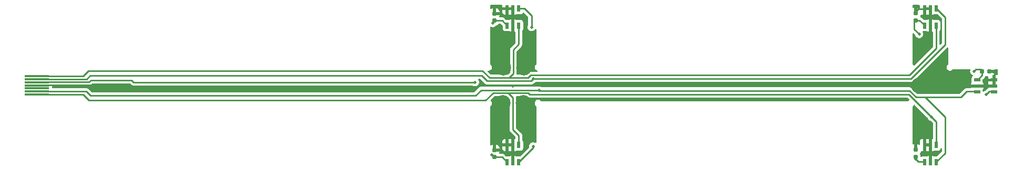
<source format=gtl>
G04 #@! TF.GenerationSoftware,KiCad,Pcbnew,7.0.7*
G04 #@! TF.CreationDate,2024-05-14T22:47:58+02:00*
G04 #@! TF.ProjectId,Pinky_V1,50696e6b-795f-4563-912e-6b696361645f,rev?*
G04 #@! TF.SameCoordinates,Original*
G04 #@! TF.FileFunction,Copper,L1,Top*
G04 #@! TF.FilePolarity,Positive*
%FSLAX46Y46*%
G04 Gerber Fmt 4.6, Leading zero omitted, Abs format (unit mm)*
G04 Created by KiCad (PCBNEW 7.0.7) date 2024-05-14 22:47:58*
%MOMM*%
%LPD*%
G01*
G04 APERTURE LIST*
G04 Aperture macros list*
%AMRoundRect*
0 Rectangle with rounded corners*
0 $1 Rounding radius*
0 $2 $3 $4 $5 $6 $7 $8 $9 X,Y pos of 4 corners*
0 Add a 4 corners polygon primitive as box body*
4,1,4,$2,$3,$4,$5,$6,$7,$8,$9,$2,$3,0*
0 Add four circle primitives for the rounded corners*
1,1,$1+$1,$2,$3*
1,1,$1+$1,$4,$5*
1,1,$1+$1,$6,$7*
1,1,$1+$1,$8,$9*
0 Add four rect primitives between the rounded corners*
20,1,$1+$1,$2,$3,$4,$5,0*
20,1,$1+$1,$4,$5,$6,$7,0*
20,1,$1+$1,$6,$7,$8,$9,0*
20,1,$1+$1,$8,$9,$2,$3,0*%
G04 Aperture macros list end*
G04 #@! TA.AperFunction,SMDPad,CuDef*
%ADD10R,0.558800X0.977900*%
G04 #@! TD*
G04 #@! TA.AperFunction,SMDPad,CuDef*
%ADD11RoundRect,0.155000X0.155000X-0.212500X0.155000X0.212500X-0.155000X0.212500X-0.155000X-0.212500X0*%
G04 #@! TD*
G04 #@! TA.AperFunction,SMDPad,CuDef*
%ADD12RoundRect,0.155000X-0.212500X-0.155000X0.212500X-0.155000X0.212500X0.155000X-0.212500X0.155000X0*%
G04 #@! TD*
G04 #@! TA.AperFunction,SMDPad,CuDef*
%ADD13R,0.977900X0.558800*%
G04 #@! TD*
G04 #@! TA.AperFunction,SMDPad,CuDef*
%ADD14R,4.000000X0.300000*%
G04 #@! TD*
G04 #@! TA.AperFunction,ViaPad*
%ADD15C,0.500000*%
G04 #@! TD*
G04 #@! TA.AperFunction,ViaPad*
%ADD16C,2.500000*%
G04 #@! TD*
G04 #@! TA.AperFunction,ViaPad*
%ADD17C,0.800000*%
G04 #@! TD*
G04 #@! TA.AperFunction,Conductor*
%ADD18C,0.250000*%
G04 #@! TD*
G04 APERTURE END LIST*
D10*
X142030000Y-127898750D03*
X141079999Y-127898750D03*
X140129998Y-127898750D03*
X140129998Y-130629250D03*
X141079999Y-130629250D03*
X142030000Y-130629250D03*
D11*
X138129999Y-107831500D03*
X138129999Y-106696500D03*
D12*
X216612500Y-116004000D03*
X217747500Y-116004000D03*
D13*
X218545250Y-119314001D03*
X218545250Y-118364000D03*
X218545250Y-117413999D03*
X215814750Y-117413999D03*
X215814750Y-118364000D03*
X215814750Y-119314001D03*
D11*
X138129999Y-129831500D03*
X138129999Y-128696500D03*
D10*
X209230001Y-127898750D03*
X208280000Y-127898750D03*
X207329999Y-127898750D03*
X207329999Y-130629250D03*
X208280000Y-130629250D03*
X209230001Y-130629250D03*
D14*
X64430000Y-116764000D03*
X64430000Y-117264000D03*
X64430000Y-117764000D03*
X64430000Y-118264000D03*
X64430000Y-118764000D03*
X64430000Y-119264000D03*
X64430000Y-119764000D03*
D11*
X205884999Y-107781500D03*
X205884999Y-106646500D03*
D10*
X142030000Y-105898750D03*
X141079999Y-105898750D03*
X140129998Y-105898750D03*
X140129998Y-108629250D03*
X141079999Y-108629250D03*
X142030000Y-108629250D03*
X209230001Y-105898750D03*
X208280000Y-105898750D03*
X207329999Y-105898750D03*
X207329999Y-108629250D03*
X208280000Y-108629250D03*
X209230001Y-108629250D03*
D11*
X205930001Y-129781500D03*
X205930001Y-128646500D03*
D15*
X137709999Y-129484000D03*
X205930001Y-130183980D03*
X215320001Y-115993500D03*
X137850000Y-108233994D03*
X206470001Y-110004000D03*
X134969999Y-117764000D03*
X144330000Y-128114000D03*
X145250000Y-119104000D03*
X217280000Y-119764000D03*
X208460001Y-123344000D03*
X144079999Y-108884000D03*
X144400000Y-117204000D03*
X77973722Y-118254000D03*
X78673725Y-118254000D03*
D16*
X142729999Y-121064000D03*
X142809999Y-115464000D03*
D17*
X207530001Y-125114000D03*
D15*
X141080000Y-118414000D03*
D17*
X206090001Y-111944000D03*
D16*
X210280000Y-118264000D03*
X139529999Y-115464000D03*
X206430000Y-118264000D03*
D15*
X79373724Y-118254000D03*
D17*
X206230001Y-122714000D03*
D15*
X76573724Y-118254000D03*
X218410001Y-116074000D03*
D16*
X139429999Y-121064000D03*
D15*
X77273723Y-118254000D03*
D18*
X135945000Y-119029000D02*
X145175000Y-119029000D01*
X73050000Y-119914000D02*
X135060000Y-119914000D01*
X135060000Y-119914000D02*
X135945000Y-119029000D01*
X145175000Y-119029000D02*
X145250000Y-119104000D01*
X64449999Y-119254000D02*
X72390000Y-119254000D01*
X72390000Y-119254000D02*
X73050000Y-119914000D01*
X72849999Y-117754000D02*
X64449999Y-117754000D01*
X216442500Y-115714000D02*
X215599501Y-115714000D01*
X73149999Y-117454000D02*
X72849999Y-117754000D01*
X216622500Y-116616250D02*
X216622500Y-115894000D01*
X138129999Y-107831500D02*
X137850000Y-108111499D01*
X138129999Y-129831500D02*
X139332248Y-129831500D01*
X137709999Y-129484000D02*
X137782499Y-129484000D01*
X137782499Y-129484000D02*
X138129999Y-129831500D01*
X79669999Y-117454000D02*
X73149999Y-117454000D01*
X216622500Y-115894000D02*
X216442500Y-115714000D01*
X207339999Y-108579250D02*
X206542249Y-107781500D01*
X207339999Y-130579250D02*
X206325251Y-130579250D01*
X206542249Y-107781500D02*
X205884999Y-107781500D01*
X139332248Y-107831500D02*
X140129998Y-108629250D01*
X215874751Y-117363999D02*
X216622500Y-116616250D01*
X134969999Y-117764000D02*
X79979999Y-117764000D01*
X139332248Y-129831500D02*
X140129998Y-130629250D01*
X138129999Y-107831500D02*
X139332248Y-107831500D01*
X206325251Y-130579250D02*
X205930001Y-130184000D01*
X79979999Y-117764000D02*
X79669999Y-117454000D01*
X205680001Y-109214000D02*
X206470001Y-110004000D01*
X205884999Y-107781500D02*
X205680001Y-107986498D01*
X205680001Y-107986498D02*
X205680001Y-109214000D01*
X205930001Y-130184000D02*
X205930001Y-129781500D01*
X215599501Y-115714000D02*
X215320001Y-115993500D01*
X137850000Y-108111499D02*
X137850000Y-108233994D01*
X205970000Y-120194000D02*
X204890000Y-119114000D01*
X145260000Y-119114000D02*
X145250000Y-119104000D01*
X214120000Y-119264001D02*
X215874751Y-119264001D01*
X213190001Y-120194000D02*
X214120000Y-119264001D01*
X207370000Y-120194000D02*
X207470000Y-120194000D01*
X142030000Y-130629250D02*
X144330000Y-128329250D01*
X144330000Y-128329250D02*
X144330000Y-128114000D01*
X207470000Y-120194000D02*
X210630000Y-123354000D01*
X204890000Y-119114000D02*
X145260000Y-119114000D01*
X210630000Y-123354000D02*
X210630000Y-129189251D01*
X207370000Y-120194000D02*
X205970000Y-120194000D01*
X207370000Y-120194000D02*
X213190001Y-120194000D01*
X210630000Y-129189251D02*
X209240001Y-130579250D01*
X141079999Y-125414000D02*
X142030000Y-126364001D01*
X136650000Y-120704000D02*
X137895000Y-119459000D01*
X140254999Y-119459000D02*
X143509400Y-119459000D01*
X137895000Y-119459000D02*
X140254999Y-119459000D01*
X217280000Y-119764000D02*
X217779999Y-119264001D01*
X217779999Y-119264001D02*
X218455250Y-119264001D01*
X209240001Y-124134000D02*
X209240001Y-127848750D01*
X64449999Y-119754000D02*
X71899999Y-119754000D01*
X143509400Y-119459000D02*
X143774400Y-119724000D01*
X204830002Y-119724000D02*
X209240001Y-124134000D01*
X141079999Y-120284000D02*
X141079999Y-125414000D01*
X72849999Y-120704000D02*
X136650000Y-120704000D01*
X140254999Y-119459000D02*
X141079999Y-120284000D01*
X71899999Y-119754000D02*
X72849999Y-120704000D01*
X142030000Y-126364001D02*
X142030000Y-127898750D01*
X143774400Y-119724000D02*
X204830002Y-119724000D01*
X64449999Y-117254000D02*
X72449999Y-117254000D01*
X72999999Y-116704000D02*
X136060000Y-116704000D01*
X136060000Y-116704000D02*
X136940000Y-117584000D01*
X210680000Y-107288749D02*
X209240001Y-105848750D01*
X136940000Y-117584000D02*
X144020000Y-117584000D01*
X72449999Y-117254000D02*
X72999999Y-116704000D01*
X144400000Y-117204000D02*
X205180188Y-117204000D01*
X144079999Y-107034000D02*
X142944749Y-105898750D01*
X142944749Y-105898750D02*
X142030000Y-105898750D01*
X205180188Y-117204000D02*
X210680000Y-111704188D01*
X144079999Y-108884000D02*
X144079999Y-107034000D01*
X210680000Y-111704188D02*
X210680000Y-107288749D01*
X144020000Y-117584000D02*
X144400000Y-117204000D01*
X204880000Y-116594000D02*
X143949812Y-116594000D01*
X143474812Y-117069000D02*
X143949812Y-116594000D01*
X72749999Y-115904000D02*
X136130000Y-115904000D01*
X71899999Y-116754000D02*
X72749999Y-115904000D01*
X140465000Y-117069000D02*
X143474812Y-117069000D01*
X136130000Y-115904000D02*
X137295000Y-117069000D01*
X204900001Y-116594000D02*
X209240001Y-112254000D01*
X141150000Y-116384000D02*
X141150000Y-112523999D01*
X142030000Y-111643999D02*
X142030000Y-108629250D01*
X64449999Y-116754000D02*
X71899999Y-116754000D01*
X204880000Y-116594000D02*
X204900001Y-116594000D01*
X141150000Y-112523999D02*
X142030000Y-111643999D01*
X137295000Y-117069000D02*
X140465000Y-117069000D01*
X209240001Y-112254000D02*
X209240001Y-108579250D01*
X141150000Y-116384000D02*
X140465000Y-117069000D01*
X218605251Y-117363999D02*
X218605251Y-116269250D01*
X64449999Y-118254000D02*
X79373724Y-118254000D01*
X218240001Y-115904000D02*
X218410001Y-116074000D01*
X205884999Y-106339001D02*
X206315250Y-105908750D01*
X218605251Y-116269250D02*
X218410001Y-116074000D01*
X205884999Y-106646500D02*
X205884999Y-106339001D01*
X206315250Y-105908750D02*
X207329999Y-105908750D01*
X217767500Y-115904000D02*
X218240001Y-115904000D01*
G04 #@! TA.AperFunction,Conductor*
G36*
X140054512Y-120003407D02*
G01*
X140066324Y-120013496D01*
X140525502Y-120472673D01*
X140553280Y-120527190D01*
X140554499Y-120542677D01*
X140554499Y-125405015D01*
X140552339Y-125468244D01*
X140552339Y-125468250D01*
X140562457Y-125509766D01*
X140563404Y-125514749D01*
X140569227Y-125557109D01*
X140576714Y-125574346D01*
X140582093Y-125590341D01*
X140585240Y-125603255D01*
X140586542Y-125608594D01*
X140586544Y-125608597D01*
X140607489Y-125645848D01*
X140609745Y-125650390D01*
X140626780Y-125689610D01*
X140638635Y-125704181D01*
X140648134Y-125718137D01*
X140657340Y-125734511D01*
X140687575Y-125764747D01*
X140690972Y-125768511D01*
X140717947Y-125801667D01*
X140733283Y-125812492D01*
X140746198Y-125823369D01*
X141118714Y-126195885D01*
X141475504Y-126552674D01*
X141503281Y-126607191D01*
X141504500Y-126622678D01*
X141504500Y-126810800D01*
X141485593Y-126868991D01*
X141436093Y-126904955D01*
X141405500Y-126909800D01*
X141329999Y-126909800D01*
X141329999Y-128887699D01*
X141330000Y-128887700D01*
X141407223Y-128887700D01*
X141466769Y-128881298D01*
X141466780Y-128881296D01*
X141601486Y-128831054D01*
X141601487Y-128831053D01*
X141635774Y-128805385D01*
X141693688Y-128785646D01*
X141710590Y-128786855D01*
X141719081Y-128788200D01*
X142340918Y-128788199D01*
X142340920Y-128788199D01*
X142340921Y-128788198D01*
X142387810Y-128780772D01*
X142434699Y-128773347D01*
X142434699Y-128773346D01*
X142434704Y-128773346D01*
X142547742Y-128715750D01*
X142637450Y-128626042D01*
X142695046Y-128513004D01*
X142709900Y-128419219D01*
X142709899Y-127378282D01*
X142709899Y-127378281D01*
X142709899Y-127378278D01*
X142709898Y-127378276D01*
X142695047Y-127284500D01*
X142695046Y-127284498D01*
X142695046Y-127284496D01*
X142637450Y-127171458D01*
X142584496Y-127118503D01*
X142556719Y-127063986D01*
X142555500Y-127048500D01*
X142555500Y-126372985D01*
X142555576Y-126370748D01*
X142557660Y-126309756D01*
X142547538Y-126268222D01*
X142546592Y-126263243D01*
X142540771Y-126220892D01*
X142540771Y-126220890D01*
X142533283Y-126203652D01*
X142527904Y-126187658D01*
X142523457Y-126169406D01*
X142502501Y-126132136D01*
X142500258Y-126127620D01*
X142483219Y-126088392D01*
X142471352Y-126073805D01*
X142461862Y-126059860D01*
X142452658Y-126043490D01*
X142422427Y-126013258D01*
X142419029Y-126009493D01*
X142392052Y-125976334D01*
X142376706Y-125965501D01*
X142363794Y-125954626D01*
X141634495Y-125225327D01*
X141606718Y-125170810D01*
X141605499Y-125155323D01*
X141605499Y-120292984D01*
X141606221Y-120271846D01*
X141607659Y-120229755D01*
X141597537Y-120188221D01*
X141596591Y-120183242D01*
X141593341Y-120159593D01*
X141590770Y-120140889D01*
X141583282Y-120123651D01*
X141577879Y-120107557D01*
X141577706Y-120106844D01*
X141582359Y-120045836D01*
X141621983Y-119999214D01*
X141673914Y-119984500D01*
X143250722Y-119984500D01*
X143308913Y-120003407D01*
X143320725Y-120013496D01*
X143396473Y-120089243D01*
X143439642Y-120135467D01*
X143439645Y-120135469D01*
X143476166Y-120157678D01*
X143480359Y-120160532D01*
X143514423Y-120186364D01*
X143514424Y-120186364D01*
X143514425Y-120186365D01*
X143531912Y-120193261D01*
X143547022Y-120200766D01*
X143563072Y-120210526D01*
X143604233Y-120222058D01*
X143609022Y-120223669D01*
X143648811Y-120239360D01*
X143667502Y-120241281D01*
X143684088Y-120244433D01*
X143702172Y-120249500D01*
X143744912Y-120249500D01*
X143749976Y-120249760D01*
X143761459Y-120250940D01*
X143792510Y-120254132D01*
X143811023Y-120250939D01*
X143827845Y-120249500D01*
X204571324Y-120249500D01*
X204629515Y-120268407D01*
X204641328Y-120278496D01*
X204874675Y-120511843D01*
X204902452Y-120566360D01*
X204892881Y-120626792D01*
X204854172Y-120667583D01*
X204791979Y-120703490D01*
X204684898Y-120810574D01*
X204683706Y-120809382D01*
X204640001Y-120839424D01*
X204611878Y-120843502D01*
X145648122Y-120843502D01*
X145589931Y-120824595D01*
X145575318Y-120810359D01*
X145575103Y-120810575D01*
X145538083Y-120773555D01*
X145468020Y-120703491D01*
X145430463Y-120681807D01*
X145342490Y-120631014D01*
X145342487Y-120631013D01*
X145202482Y-120593498D01*
X145202478Y-120593497D01*
X145057527Y-120593497D01*
X144917523Y-120631008D01*
X144917517Y-120631011D01*
X144791989Y-120703483D01*
X144791987Y-120703484D01*
X144689490Y-120805981D01*
X144617014Y-120931509D01*
X144617013Y-120931512D01*
X144579498Y-121071517D01*
X144579497Y-121071521D01*
X144579497Y-121216472D01*
X144617008Y-121356476D01*
X144617011Y-121356482D01*
X144689483Y-121482010D01*
X144689484Y-121482012D01*
X144796568Y-121589098D01*
X144795375Y-121590290D01*
X144825418Y-121633991D01*
X144829498Y-121662119D01*
X144829498Y-127477741D01*
X144810591Y-127535932D01*
X144761091Y-127571896D01*
X144699905Y-127571896D01*
X144684490Y-127565401D01*
X144562364Y-127501303D01*
X144408987Y-127463500D01*
X144408985Y-127463500D01*
X144251015Y-127463500D01*
X144251012Y-127463500D01*
X144097635Y-127501303D01*
X143957758Y-127574718D01*
X143839515Y-127679471D01*
X143749780Y-127809476D01*
X143693763Y-127957182D01*
X143693762Y-127957183D01*
X143674722Y-128113998D01*
X143674722Y-128114004D01*
X143682700Y-128179718D01*
X143670944Y-128239763D01*
X143654426Y-128261653D01*
X142205275Y-129710804D01*
X142150758Y-129738581D01*
X142135271Y-129739800D01*
X141719082Y-129739800D01*
X141710585Y-129741146D01*
X141650154Y-129731568D01*
X141635778Y-129722617D01*
X141601484Y-129696944D01*
X141466780Y-129646703D01*
X141466769Y-129646701D01*
X141407223Y-129640300D01*
X141330000Y-129640300D01*
X141329999Y-129640301D01*
X141329999Y-130780250D01*
X141311092Y-130838441D01*
X141261592Y-130874405D01*
X141230999Y-130879250D01*
X140928999Y-130879250D01*
X140870808Y-130860343D01*
X140834844Y-130810843D01*
X140829999Y-130780250D01*
X140829999Y-129640301D01*
X140829998Y-129640300D01*
X140752775Y-129640300D01*
X140693228Y-129646701D01*
X140693217Y-129646703D01*
X140558509Y-129696946D01*
X140524218Y-129722616D01*
X140466303Y-129742352D01*
X140449410Y-129741144D01*
X140440921Y-129739800D01*
X140440917Y-129739800D01*
X140024725Y-129739800D01*
X139966534Y-129720893D01*
X139954722Y-129710804D01*
X139710188Y-129466271D01*
X139667005Y-129420032D01*
X139667003Y-129420031D01*
X139667002Y-129420031D01*
X139630477Y-129397819D01*
X139626287Y-129394967D01*
X139592221Y-129369134D01*
X139574740Y-129362240D01*
X139559629Y-129354735D01*
X139543573Y-129344972D01*
X139502414Y-129333440D01*
X139497608Y-129331824D01*
X139457837Y-129316141D01*
X139457840Y-129316141D01*
X139445876Y-129314911D01*
X139439140Y-129314218D01*
X139422562Y-129311067D01*
X139404476Y-129306000D01*
X139361726Y-129306000D01*
X139356662Y-129305740D01*
X139322309Y-129302209D01*
X139314138Y-129301369D01*
X139314137Y-129301369D01*
X139295623Y-129304561D01*
X139278804Y-129306000D01*
X138983285Y-129306000D01*
X138925094Y-129287093D01*
X138889130Y-129237593D01*
X138889130Y-129176407D01*
X138890266Y-129173400D01*
X138937075Y-129012282D01*
X138937077Y-129012275D01*
X138939999Y-128975146D01*
X138939999Y-128946501D01*
X138939998Y-128946500D01*
X138110037Y-128946500D01*
X138064030Y-128935160D01*
X137942364Y-128871304D01*
X137937062Y-128868521D01*
X137937846Y-128867027D01*
X137896188Y-128833569D01*
X137879999Y-128779317D01*
X137879999Y-127831270D01*
X137879998Y-127831269D01*
X138379999Y-127831269D01*
X138379999Y-128446498D01*
X138380000Y-128446500D01*
X138939998Y-128446500D01*
X138939999Y-128446499D01*
X138939999Y-128435524D01*
X139350597Y-128435524D01*
X139356999Y-128495070D01*
X139357001Y-128495081D01*
X139407244Y-128629788D01*
X139407245Y-128629790D01*
X139493405Y-128744884D01*
X139493413Y-128744892D01*
X139608507Y-128831052D01*
X139608509Y-128831053D01*
X139743216Y-128881296D01*
X139743227Y-128881298D01*
X139802774Y-128887700D01*
X139879997Y-128887700D01*
X139879998Y-128887699D01*
X139879998Y-128887698D01*
X140379998Y-128887698D01*
X140379999Y-128887700D01*
X140457222Y-128887700D01*
X140516768Y-128881298D01*
X140516772Y-128881297D01*
X140570400Y-128861295D01*
X140631529Y-128858674D01*
X140639595Y-128861295D01*
X140693221Y-128881296D01*
X140693228Y-128881298D01*
X140752775Y-128887700D01*
X140829998Y-128887700D01*
X140829999Y-128887698D01*
X140829999Y-128148751D01*
X140829998Y-128148750D01*
X140379999Y-128148750D01*
X140379998Y-128148751D01*
X140379998Y-128887698D01*
X139879998Y-128887698D01*
X139879998Y-128148751D01*
X139879997Y-128148750D01*
X139350598Y-128148750D01*
X139350598Y-128435524D01*
X139350597Y-128435524D01*
X138939999Y-128435524D01*
X138939999Y-128417854D01*
X138937077Y-128380724D01*
X138937075Y-128380717D01*
X138890906Y-128221802D01*
X138806664Y-128079356D01*
X138689642Y-127962334D01*
X138547197Y-127878093D01*
X138388277Y-127831921D01*
X138379999Y-127831269D01*
X137879998Y-127831269D01*
X137871720Y-127831921D01*
X137712800Y-127878093D01*
X137579892Y-127956694D01*
X137520180Y-127970041D01*
X137464027Y-127945741D01*
X137432881Y-127893076D01*
X137430497Y-127871480D01*
X137430497Y-127648748D01*
X139350598Y-127648748D01*
X139350599Y-127648750D01*
X139879997Y-127648750D01*
X139879998Y-127648749D01*
X139879998Y-126909800D01*
X140379998Y-126909800D01*
X140379998Y-127648749D01*
X140379999Y-127648750D01*
X140829998Y-127648750D01*
X140829999Y-127648749D01*
X140829999Y-126909800D01*
X140752775Y-126909800D01*
X140693222Y-126916202D01*
X140639592Y-126936204D01*
X140578463Y-126938823D01*
X140570401Y-126936203D01*
X140516779Y-126916203D01*
X140516768Y-126916201D01*
X140457222Y-126909800D01*
X140379998Y-126909800D01*
X139879998Y-126909800D01*
X139802774Y-126909800D01*
X139743227Y-126916201D01*
X139743216Y-126916203D01*
X139608509Y-126966446D01*
X139608507Y-126966447D01*
X139493413Y-127052607D01*
X139493405Y-127052615D01*
X139407245Y-127167709D01*
X139407244Y-127167711D01*
X139357001Y-127302418D01*
X139356999Y-127302429D01*
X139350598Y-127361975D01*
X139350598Y-127648748D01*
X137430497Y-127648748D01*
X137430497Y-121662123D01*
X137449404Y-121603932D01*
X137463642Y-121589319D01*
X137463426Y-121589103D01*
X137570510Y-121482019D01*
X137610367Y-121412985D01*
X137642986Y-121356488D01*
X137680503Y-121216477D01*
X137680503Y-121071526D01*
X137642987Y-120931515D01*
X137570512Y-120805984D01*
X137500849Y-120736321D01*
X137473074Y-120681807D01*
X137482645Y-120621375D01*
X137500852Y-120596316D01*
X138083674Y-120013496D01*
X138138190Y-119985719D01*
X138153677Y-119984500D01*
X139996321Y-119984500D01*
X140054512Y-120003407D01*
G37*
G04 #@! TD.AperFunction*
G04 #@! TA.AperFunction,Conductor*
G36*
X205762156Y-121399324D02*
G01*
X207794095Y-123431263D01*
X207821872Y-123485780D01*
X207822368Y-123489327D01*
X207823764Y-123500818D01*
X207879780Y-123648523D01*
X207879781Y-123648523D01*
X207969516Y-123778528D01*
X207969517Y-123778529D01*
X207969518Y-123778530D01*
X208087761Y-123883283D01*
X208227636Y-123956696D01*
X208322787Y-123980148D01*
X208369097Y-124006265D01*
X208685504Y-124322671D01*
X208713281Y-124377188D01*
X208714500Y-124392675D01*
X208714500Y-126811119D01*
X208695593Y-126869310D01*
X208646093Y-126905274D01*
X208609920Y-126909034D01*
X208609872Y-126909942D01*
X208607224Y-126909800D01*
X208530001Y-126909800D01*
X208530000Y-126909801D01*
X208530000Y-128887699D01*
X208530001Y-128887700D01*
X208607224Y-128887700D01*
X208666770Y-128881298D01*
X208666781Y-128881296D01*
X208801487Y-128831054D01*
X208801488Y-128831053D01*
X208835775Y-128805385D01*
X208893689Y-128785646D01*
X208910591Y-128786855D01*
X208919082Y-128788200D01*
X209540919Y-128788199D01*
X209540921Y-128788199D01*
X209540922Y-128788198D01*
X209587812Y-128780772D01*
X209634700Y-128773347D01*
X209634700Y-128773346D01*
X209634705Y-128773346D01*
X209747743Y-128715750D01*
X209837451Y-128626042D01*
X209895047Y-128513004D01*
X209905580Y-128446499D01*
X209907719Y-128432998D01*
X209935497Y-128378481D01*
X209990013Y-128350704D01*
X210050445Y-128360276D01*
X210093710Y-128403540D01*
X210104500Y-128448485D01*
X210104500Y-128930572D01*
X210085593Y-128988763D01*
X210075504Y-129000576D01*
X209365276Y-129710804D01*
X209310759Y-129738581D01*
X209295272Y-129739800D01*
X208919083Y-129739800D01*
X208910586Y-129741146D01*
X208850155Y-129731568D01*
X208835779Y-129722617D01*
X208801485Y-129696944D01*
X208666781Y-129646703D01*
X208666770Y-129646701D01*
X208607224Y-129640300D01*
X208530001Y-129640300D01*
X208530000Y-129640301D01*
X208530000Y-130780250D01*
X208511093Y-130838441D01*
X208461593Y-130874405D01*
X208431000Y-130879250D01*
X208129000Y-130879250D01*
X208070809Y-130860343D01*
X208034845Y-130810843D01*
X208030000Y-130780250D01*
X208030000Y-129640301D01*
X208029999Y-129640300D01*
X207952776Y-129640300D01*
X207893229Y-129646701D01*
X207893218Y-129646703D01*
X207758510Y-129696946D01*
X207724219Y-129722616D01*
X207666304Y-129742352D01*
X207649411Y-129741144D01*
X207640922Y-129739800D01*
X207019078Y-129739800D01*
X207019075Y-129739801D01*
X206925299Y-129754652D01*
X206925294Y-129754654D01*
X206812258Y-129812249D01*
X206812257Y-129812249D01*
X206812257Y-129812250D01*
X206809502Y-129815004D01*
X206806033Y-129816771D01*
X206805952Y-129816831D01*
X206805942Y-129816818D01*
X206754988Y-129842780D01*
X206694556Y-129833209D01*
X206651291Y-129789944D01*
X206640501Y-129744999D01*
X206640501Y-129525509D01*
X206640500Y-129525503D01*
X206629781Y-129436241D01*
X206597461Y-129354283D01*
X206593702Y-129293213D01*
X206604345Y-129267569D01*
X206690906Y-129121202D01*
X206690907Y-129121198D01*
X206737077Y-128962282D01*
X206737079Y-128962274D01*
X206738849Y-128939780D01*
X206762262Y-128883251D01*
X206814430Y-128851280D01*
X206872140Y-128854786D01*
X206943217Y-128881296D01*
X206943228Y-128881298D01*
X207002775Y-128887700D01*
X207079998Y-128887700D01*
X207079999Y-128887699D01*
X207079999Y-128148750D01*
X207579999Y-128148750D01*
X207579999Y-128887699D01*
X207580000Y-128887700D01*
X207657223Y-128887700D01*
X207716769Y-128881298D01*
X207716773Y-128881297D01*
X207770401Y-128861295D01*
X207831530Y-128858674D01*
X207839596Y-128861295D01*
X207893222Y-128881296D01*
X207893229Y-128881298D01*
X207952776Y-128887700D01*
X208029999Y-128887700D01*
X208030000Y-128887698D01*
X208030000Y-128148751D01*
X208029999Y-128148750D01*
X207579999Y-128148750D01*
X207079999Y-128148750D01*
X207079999Y-126909801D01*
X207079998Y-126909800D01*
X207579999Y-126909800D01*
X207579999Y-127648749D01*
X207580000Y-127648750D01*
X208029999Y-127648750D01*
X208030000Y-127648749D01*
X208030000Y-126909801D01*
X208029999Y-126909800D01*
X207952776Y-126909800D01*
X207893223Y-126916202D01*
X207839593Y-126936204D01*
X207778464Y-126938823D01*
X207770402Y-126936203D01*
X207716780Y-126916203D01*
X207716769Y-126916201D01*
X207657223Y-126909800D01*
X207579999Y-126909800D01*
X207079998Y-126909800D01*
X207002775Y-126909800D01*
X206943228Y-126916201D01*
X206943217Y-126916203D01*
X206808510Y-126966446D01*
X206808508Y-126966447D01*
X206693414Y-127052607D01*
X206693406Y-127052615D01*
X206607246Y-127167709D01*
X206607245Y-127167711D01*
X206557002Y-127302418D01*
X206557000Y-127302429D01*
X206550599Y-127361975D01*
X206550599Y-127774817D01*
X206531692Y-127833008D01*
X206482192Y-127868972D01*
X206421006Y-127868972D01*
X206401204Y-127860031D01*
X206347199Y-127828093D01*
X206188279Y-127781921D01*
X206180001Y-127781269D01*
X206180001Y-128797500D01*
X206161094Y-128855691D01*
X206111594Y-128891655D01*
X206081001Y-128896500D01*
X205779001Y-128896500D01*
X205720810Y-128877593D01*
X205684846Y-128828093D01*
X205680001Y-128797500D01*
X205680001Y-127781270D01*
X205680000Y-127781269D01*
X205671722Y-127781921D01*
X205557119Y-127815218D01*
X205495963Y-127813296D01*
X205447617Y-127775796D01*
X205430498Y-127720149D01*
X205430498Y-121662122D01*
X205449405Y-121603931D01*
X205463641Y-121589317D01*
X205463426Y-121589102D01*
X205570509Y-121482020D01*
X205570514Y-121482012D01*
X205606416Y-121419827D01*
X205651884Y-121378887D01*
X205712735Y-121372491D01*
X205762156Y-121399324D01*
G37*
G04 #@! TD.AperFunction*
G04 #@! TA.AperFunction,Conductor*
G36*
X211075441Y-112148657D02*
G01*
X211118706Y-112191922D01*
X211129496Y-112236867D01*
X211129496Y-114825888D01*
X211110589Y-114884079D01*
X211096356Y-114898690D01*
X211096572Y-114898906D01*
X210989492Y-115005986D01*
X210917017Y-115131517D01*
X210899304Y-115197624D01*
X210879502Y-115271527D01*
X210879502Y-115416476D01*
X210917018Y-115556485D01*
X210917019Y-115556487D01*
X210917020Y-115556490D01*
X210989490Y-115682011D01*
X210989492Y-115682014D01*
X211091986Y-115784508D01*
X211109828Y-115794809D01*
X211217509Y-115856979D01*
X211217510Y-115856979D01*
X211217515Y-115856982D01*
X211357524Y-115894498D01*
X211357526Y-115894498D01*
X211502471Y-115894498D01*
X211502473Y-115894498D01*
X211642482Y-115856983D01*
X211768011Y-115784510D01*
X211843771Y-115708751D01*
X211875095Y-115677428D01*
X211876287Y-115678620D01*
X211919986Y-115648582D01*
X211948113Y-115644502D01*
X214613222Y-115644502D01*
X214671413Y-115663409D01*
X214707377Y-115712909D01*
X214707377Y-115774095D01*
X214705795Y-115778590D01*
X214686572Y-115829279D01*
X214683764Y-115836682D01*
X214683763Y-115836683D01*
X214664723Y-115993497D01*
X214664723Y-115993498D01*
X214683763Y-116150316D01*
X214683764Y-116150318D01*
X214714723Y-116231951D01*
X214739781Y-116298023D01*
X214829516Y-116428028D01*
X214829517Y-116428029D01*
X214829518Y-116428030D01*
X214947761Y-116532783D01*
X215087636Y-116606196D01*
X215093284Y-116607588D01*
X215094383Y-116607859D01*
X215146358Y-116640143D01*
X215169431Y-116696811D01*
X215154788Y-116756218D01*
X215115637Y-116792191D01*
X215087459Y-116806548D01*
X214997749Y-116896258D01*
X214940154Y-117009294D01*
X214925300Y-117103076D01*
X214925300Y-117724920D01*
X214926645Y-117733409D01*
X214917070Y-117793840D01*
X214908118Y-117808217D01*
X214882445Y-117842512D01*
X214832203Y-117977218D01*
X214832201Y-117977229D01*
X214825799Y-118036775D01*
X214825800Y-118113999D01*
X214825801Y-118114000D01*
X216803699Y-118114000D01*
X216803700Y-118113999D01*
X216803700Y-118036775D01*
X216797298Y-117977229D01*
X216797296Y-117977218D01*
X216747054Y-117842512D01*
X216721384Y-117808223D01*
X216701646Y-117750309D01*
X216702296Y-117741223D01*
X217556299Y-117741223D01*
X217562701Y-117800769D01*
X217562703Y-117800780D01*
X217582703Y-117854402D01*
X217585323Y-117915532D01*
X217582704Y-117923593D01*
X217562702Y-117977223D01*
X217556300Y-118036775D01*
X217556300Y-118113998D01*
X217556301Y-118114000D01*
X218295249Y-118114000D01*
X218295250Y-118113998D01*
X218295250Y-117664000D01*
X218295249Y-117663999D01*
X217556301Y-117663999D01*
X217556300Y-117664000D01*
X217556300Y-117741223D01*
X217556299Y-117741223D01*
X216702296Y-117741223D01*
X216702855Y-117733409D01*
X216704200Y-117724918D01*
X216704199Y-117318726D01*
X216723106Y-117260536D01*
X216733189Y-117248729D01*
X216987743Y-116994176D01*
X217033969Y-116951005D01*
X217056184Y-116914471D01*
X217059020Y-116910304D01*
X217084865Y-116876225D01*
X217091760Y-116858738D01*
X217099266Y-116843625D01*
X217109026Y-116827578D01*
X217112592Y-116814848D01*
X217146492Y-116763917D01*
X217203857Y-116742637D01*
X217258316Y-116756341D01*
X217272797Y-116764905D01*
X217272801Y-116764906D01*
X217431717Y-116811076D01*
X217431724Y-116811078D01*
X217468854Y-116814000D01*
X217499643Y-116814000D01*
X217557834Y-116832907D01*
X217593798Y-116882407D01*
X217593798Y-116943593D01*
X217592401Y-116947597D01*
X217562703Y-117027220D01*
X217562701Y-117027228D01*
X217556300Y-117086774D01*
X217556300Y-117163997D01*
X217556301Y-117163999D01*
X218295249Y-117163999D01*
X218295249Y-117163998D01*
X218295250Y-116693599D01*
X218314157Y-116635408D01*
X218363657Y-116599444D01*
X218394250Y-116594599D01*
X218450710Y-116594599D01*
X218481665Y-116563643D01*
X218565906Y-116421198D01*
X218612078Y-116262278D01*
X218612730Y-116254000D01*
X217596500Y-116254000D01*
X217538309Y-116235093D01*
X217502345Y-116185593D01*
X217497500Y-116155000D01*
X217497500Y-115853000D01*
X217516407Y-115794809D01*
X217565907Y-115758845D01*
X217596500Y-115754000D01*
X218612729Y-115754000D01*
X218612515Y-115751275D01*
X218626794Y-115691780D01*
X218673318Y-115652040D01*
X218711209Y-115644502D01*
X219030498Y-115644502D01*
X219088689Y-115663409D01*
X219124653Y-115712909D01*
X219129498Y-115743502D01*
X219129498Y-116535599D01*
X219110591Y-116593790D01*
X219061091Y-116629754D01*
X219030498Y-116634599D01*
X218795251Y-116634599D01*
X218795250Y-116634600D01*
X218795250Y-118515000D01*
X218776343Y-118573191D01*
X218726843Y-118609155D01*
X218696250Y-118614000D01*
X217556300Y-118614000D01*
X217556300Y-118691226D01*
X217558482Y-118711524D01*
X217545902Y-118771402D01*
X217508787Y-118804979D01*
X217510176Y-118807263D01*
X217504394Y-118810778D01*
X217489806Y-118822646D01*
X217475857Y-118832139D01*
X217459485Y-118841344D01*
X217429259Y-118871570D01*
X217425496Y-118874966D01*
X217392336Y-118901944D01*
X217392329Y-118901952D01*
X217381499Y-118917294D01*
X217370626Y-118930203D01*
X217202368Y-119098461D01*
X217156057Y-119124580D01*
X217047634Y-119151304D01*
X216907755Y-119224719D01*
X216868847Y-119259189D01*
X216812753Y-119283624D01*
X216753009Y-119270421D01*
X216712436Y-119224622D01*
X216704199Y-119185086D01*
X216704199Y-119003081D01*
X216702855Y-118994596D01*
X216712426Y-118934164D01*
X216721383Y-118919778D01*
X216747055Y-118885484D01*
X216797296Y-118750781D01*
X216797298Y-118750770D01*
X216803700Y-118691224D01*
X216803700Y-118614001D01*
X216803699Y-118614000D01*
X214825801Y-118614000D01*
X214825800Y-118614001D01*
X214825800Y-118639501D01*
X214806893Y-118697692D01*
X214757393Y-118733656D01*
X214726800Y-118738501D01*
X214128985Y-118738501D01*
X214065756Y-118736341D01*
X214065751Y-118736341D01*
X214024223Y-118746461D01*
X214019242Y-118747407D01*
X213976888Y-118753229D01*
X213976885Y-118753230D01*
X213959655Y-118760715D01*
X213943656Y-118766096D01*
X213925407Y-118770543D01*
X213925399Y-118770546D01*
X213888148Y-118791492D01*
X213883607Y-118793747D01*
X213844392Y-118810781D01*
X213829807Y-118822646D01*
X213815858Y-118832139D01*
X213799486Y-118841344D01*
X213769260Y-118871570D01*
X213765497Y-118874966D01*
X213732337Y-118901944D01*
X213732330Y-118901952D01*
X213721500Y-118917294D01*
X213710627Y-118930202D01*
X213001328Y-119639503D01*
X212946811Y-119667281D01*
X212931324Y-119668500D01*
X207499478Y-119668500D01*
X207494414Y-119668240D01*
X207460061Y-119664709D01*
X207451890Y-119663869D01*
X207451889Y-119663869D01*
X207433375Y-119667061D01*
X207416556Y-119668500D01*
X206228677Y-119668500D01*
X206170486Y-119649593D01*
X206158673Y-119639504D01*
X205267940Y-118748771D01*
X205224757Y-118702532D01*
X205224755Y-118702531D01*
X205188232Y-118680321D01*
X205184039Y-118677467D01*
X205149973Y-118651634D01*
X205132492Y-118644740D01*
X205117381Y-118637235D01*
X205101325Y-118627472D01*
X205060166Y-118615940D01*
X205055360Y-118614324D01*
X205015589Y-118598641D01*
X205015592Y-118598641D01*
X205000922Y-118597133D01*
X204996892Y-118596718D01*
X204980314Y-118593567D01*
X204962228Y-118588500D01*
X204919478Y-118588500D01*
X204914414Y-118588240D01*
X204880061Y-118584709D01*
X204871890Y-118583869D01*
X204871889Y-118583869D01*
X204853375Y-118587061D01*
X204836556Y-118588500D01*
X145686631Y-118588500D01*
X145628440Y-118569593D01*
X145623160Y-118565353D01*
X145622241Y-118564718D01*
X145622240Y-118564717D01*
X145606557Y-118556486D01*
X145482364Y-118491303D01*
X145328987Y-118453500D01*
X145328985Y-118453500D01*
X145171015Y-118453500D01*
X145171011Y-118453500D01*
X145017635Y-118491303D01*
X145016006Y-118492159D01*
X145014215Y-118492600D01*
X145012033Y-118493428D01*
X145011932Y-118493163D01*
X144969996Y-118503500D01*
X135953985Y-118503500D01*
X135890755Y-118501340D01*
X135890748Y-118501340D01*
X135856795Y-118509615D01*
X135849223Y-118511460D01*
X135844249Y-118512405D01*
X135801891Y-118518228D01*
X135784648Y-118525717D01*
X135768659Y-118531093D01*
X135750406Y-118535542D01*
X135750403Y-118535543D01*
X135713156Y-118556486D01*
X135708616Y-118558742D01*
X135669390Y-118575781D01*
X135654814Y-118587639D01*
X135640864Y-118597133D01*
X135624489Y-118606340D01*
X135624486Y-118606343D01*
X135594254Y-118636574D01*
X135590491Y-118639970D01*
X135557337Y-118666944D01*
X135557330Y-118666951D01*
X135546500Y-118682293D01*
X135535627Y-118695201D01*
X134871328Y-119359503D01*
X134816811Y-119387281D01*
X134801324Y-119388500D01*
X73308678Y-119388500D01*
X73250487Y-119369593D01*
X73238675Y-119359504D01*
X72767940Y-118888771D01*
X72724757Y-118842532D01*
X72724755Y-118842531D01*
X72700837Y-118827986D01*
X72688229Y-118820319D01*
X72684039Y-118817467D01*
X72649973Y-118791634D01*
X72632492Y-118784740D01*
X72617381Y-118777235D01*
X72601325Y-118767472D01*
X72560166Y-118755940D01*
X72555360Y-118754324D01*
X72515589Y-118738641D01*
X72515592Y-118738641D01*
X72503628Y-118737411D01*
X72496892Y-118736718D01*
X72480314Y-118733567D01*
X72462228Y-118728500D01*
X72419478Y-118728500D01*
X72414414Y-118728240D01*
X72380061Y-118724709D01*
X72371890Y-118723869D01*
X72371889Y-118723869D01*
X72353375Y-118727061D01*
X72336556Y-118728500D01*
X66988932Y-118728500D01*
X66930741Y-118709593D01*
X66894777Y-118660093D01*
X66894777Y-118598907D01*
X66896174Y-118594904D01*
X66923596Y-118521381D01*
X66923598Y-118521370D01*
X66930000Y-118461824D01*
X66930000Y-118378500D01*
X66948907Y-118320309D01*
X66998407Y-118284345D01*
X67029000Y-118279500D01*
X72841014Y-118279500D01*
X72843250Y-118279576D01*
X72904244Y-118281660D01*
X72945776Y-118271538D01*
X72950739Y-118270594D01*
X72993110Y-118264771D01*
X73010354Y-118257280D01*
X73026342Y-118251904D01*
X73044593Y-118247457D01*
X73081854Y-118226505D01*
X73086384Y-118224255D01*
X73125608Y-118207219D01*
X73140183Y-118195360D01*
X73154135Y-118185864D01*
X73170511Y-118176658D01*
X73200747Y-118146420D01*
X73204491Y-118143041D01*
X73237664Y-118116054D01*
X73248499Y-118100702D01*
X73259371Y-118087797D01*
X73338673Y-118008496D01*
X73393190Y-117980719D01*
X73408676Y-117979500D01*
X79411322Y-117979500D01*
X79469513Y-117998407D01*
X79481325Y-118008496D01*
X79602059Y-118129229D01*
X79645241Y-118175466D01*
X79645240Y-118175466D01*
X79645242Y-118175467D01*
X79645244Y-118175469D01*
X79681768Y-118197679D01*
X79685956Y-118200530D01*
X79706053Y-118215770D01*
X79720024Y-118226364D01*
X79720025Y-118226364D01*
X79720026Y-118226365D01*
X79737498Y-118233255D01*
X79752617Y-118240764D01*
X79768667Y-118250524D01*
X79768669Y-118250525D01*
X79768671Y-118250526D01*
X79809836Y-118262059D01*
X79814629Y-118263671D01*
X79854410Y-118279359D01*
X79873090Y-118281279D01*
X79889681Y-118284432D01*
X79907767Y-118289499D01*
X79907769Y-118289500D01*
X79907771Y-118289500D01*
X79950521Y-118289500D01*
X79955585Y-118289760D01*
X79967058Y-118290939D01*
X79998109Y-118294131D01*
X80013315Y-118291509D01*
X80016624Y-118290939D01*
X80033443Y-118289500D01*
X134547097Y-118289500D01*
X134593105Y-118300840D01*
X134597758Y-118303282D01*
X134597759Y-118303283D01*
X134737634Y-118376696D01*
X134891014Y-118414500D01*
X134891017Y-118414500D01*
X135048981Y-118414500D01*
X135048984Y-118414500D01*
X135202364Y-118376696D01*
X135342239Y-118303283D01*
X135460482Y-118198530D01*
X135550219Y-118068523D01*
X135606236Y-117920818D01*
X135620811Y-117800780D01*
X135625277Y-117764001D01*
X135625277Y-117763998D01*
X135606236Y-117607183D01*
X135606236Y-117607182D01*
X135550219Y-117459477D01*
X135498631Y-117384738D01*
X135481135Y-117326108D01*
X135501443Y-117268391D01*
X135551798Y-117233634D01*
X135580106Y-117229500D01*
X135801322Y-117229500D01*
X135859513Y-117248407D01*
X135871325Y-117258496D01*
X136562059Y-117949228D01*
X136605241Y-117995466D01*
X136605243Y-117995467D01*
X136605245Y-117995469D01*
X136641769Y-118017679D01*
X136645957Y-118020530D01*
X136666054Y-118035770D01*
X136680025Y-118046364D01*
X136680026Y-118046364D01*
X136680027Y-118046365D01*
X136697499Y-118053255D01*
X136712618Y-118060764D01*
X136728668Y-118070524D01*
X136728670Y-118070525D01*
X136728672Y-118070526D01*
X136769837Y-118082059D01*
X136774630Y-118083671D01*
X136814411Y-118099359D01*
X136833091Y-118101279D01*
X136849682Y-118104432D01*
X136867768Y-118109499D01*
X136867770Y-118109500D01*
X136867772Y-118109500D01*
X136910522Y-118109500D01*
X136915586Y-118109760D01*
X136927059Y-118110939D01*
X136958110Y-118114131D01*
X136973316Y-118111509D01*
X136976625Y-118110939D01*
X136993444Y-118109500D01*
X144011015Y-118109500D01*
X144013251Y-118109576D01*
X144074245Y-118111660D01*
X144115777Y-118101538D01*
X144120740Y-118100594D01*
X144163111Y-118094771D01*
X144180355Y-118087280D01*
X144196343Y-118081904D01*
X144214594Y-118077457D01*
X144251855Y-118056505D01*
X144256385Y-118054255D01*
X144295609Y-118037219D01*
X144310184Y-118025360D01*
X144324136Y-118015864D01*
X144340512Y-118006658D01*
X144370748Y-117976420D01*
X144374491Y-117973042D01*
X144407665Y-117946054D01*
X144418495Y-117930709D01*
X144429367Y-117917800D01*
X144477631Y-117869536D01*
X144523942Y-117843419D01*
X144579764Y-117829660D01*
X144632365Y-117816696D01*
X144772240Y-117743283D01*
X144772241Y-117743282D01*
X144776894Y-117740840D01*
X144822902Y-117729500D01*
X205171203Y-117729500D01*
X205173439Y-117729576D01*
X205234433Y-117731660D01*
X205275965Y-117721538D01*
X205280928Y-117720594D01*
X205323299Y-117714771D01*
X205340543Y-117707280D01*
X205356531Y-117701904D01*
X205374782Y-117697457D01*
X205412043Y-117676505D01*
X205416573Y-117674255D01*
X205455797Y-117657219D01*
X205470372Y-117645360D01*
X205484324Y-117635864D01*
X205500700Y-117626658D01*
X205530937Y-117596419D01*
X205534681Y-117593040D01*
X205567853Y-117566054D01*
X205578687Y-117550704D01*
X205589551Y-117537805D01*
X210960496Y-112166860D01*
X211015009Y-112139086D01*
X211075441Y-112148657D01*
G37*
G04 #@! TD.AperFunction*
G04 #@! TA.AperFunction,Conductor*
G36*
X139309789Y-105313409D02*
G01*
X139345753Y-105362909D01*
X139350598Y-105393502D01*
X139350598Y-105648749D01*
X139350599Y-105648750D01*
X141230999Y-105648750D01*
X141289190Y-105667657D01*
X141325154Y-105717157D01*
X141329999Y-105747750D01*
X141329999Y-106887699D01*
X141330000Y-106887700D01*
X141407223Y-106887700D01*
X141466769Y-106881298D01*
X141466780Y-106881296D01*
X141601486Y-106831054D01*
X141601487Y-106831053D01*
X141635774Y-106805385D01*
X141693688Y-106785646D01*
X141710590Y-106786855D01*
X141719081Y-106788200D01*
X142340918Y-106788199D01*
X142340920Y-106788199D01*
X142340921Y-106788198D01*
X142387810Y-106780772D01*
X142434699Y-106773347D01*
X142434699Y-106773346D01*
X142434704Y-106773346D01*
X142547742Y-106715750D01*
X142637450Y-106626042D01*
X142673954Y-106554398D01*
X142717219Y-106511133D01*
X142777651Y-106501562D01*
X142832168Y-106529339D01*
X143525503Y-107222673D01*
X143553280Y-107277190D01*
X143554499Y-107292677D01*
X143554499Y-108469351D01*
X143536975Y-108525589D01*
X143499779Y-108579476D01*
X143443762Y-108727182D01*
X143443761Y-108727183D01*
X143424721Y-108883998D01*
X143424721Y-108884001D01*
X143443761Y-109040816D01*
X143443762Y-109040817D01*
X143499779Y-109188523D01*
X143589514Y-109318528D01*
X143589515Y-109318529D01*
X143589516Y-109318530D01*
X143707759Y-109423283D01*
X143847634Y-109496696D01*
X144001014Y-109534500D01*
X144001017Y-109534500D01*
X144158981Y-109534500D01*
X144158984Y-109534500D01*
X144312364Y-109496696D01*
X144452239Y-109423283D01*
X144570482Y-109318530D01*
X144649023Y-109204743D01*
X144697639Y-109167594D01*
X144758806Y-109166115D01*
X144809161Y-109200872D01*
X144829469Y-109258589D01*
X144829498Y-109260982D01*
X144829498Y-114825886D01*
X144810591Y-114884077D01*
X144796356Y-114898689D01*
X144796572Y-114898905D01*
X144689493Y-115005985D01*
X144689491Y-115005987D01*
X144689491Y-115005988D01*
X144686521Y-115011133D01*
X144617017Y-115131516D01*
X144615363Y-115137689D01*
X144579502Y-115271527D01*
X144579502Y-115416475D01*
X144617018Y-115556484D01*
X144617019Y-115556485D01*
X144617020Y-115556489D01*
X144689491Y-115682012D01*
X144689492Y-115682013D01*
X144791985Y-115784507D01*
X144809829Y-115794809D01*
X144917508Y-115856978D01*
X144917509Y-115856978D01*
X144917514Y-115856981D01*
X144980558Y-115873874D01*
X145031871Y-115907198D01*
X145053797Y-115964319D01*
X145037961Y-116023420D01*
X144990411Y-116061925D01*
X144954933Y-116068500D01*
X143958797Y-116068500D01*
X143895568Y-116066340D01*
X143895563Y-116066340D01*
X143854035Y-116076460D01*
X143849054Y-116077406D01*
X143806700Y-116083228D01*
X143806697Y-116083229D01*
X143789467Y-116090714D01*
X143773468Y-116096095D01*
X143755219Y-116100542D01*
X143755211Y-116100545D01*
X143717960Y-116121491D01*
X143713419Y-116123746D01*
X143674204Y-116140780D01*
X143659619Y-116152645D01*
X143645670Y-116162138D01*
X143629298Y-116171343D01*
X143599072Y-116201569D01*
X143595309Y-116204965D01*
X143562149Y-116231943D01*
X143562142Y-116231951D01*
X143551309Y-116247297D01*
X143540436Y-116260205D01*
X143286140Y-116514503D01*
X143231623Y-116542281D01*
X143216136Y-116543500D01*
X141774500Y-116543500D01*
X141716309Y-116524593D01*
X141680345Y-116475093D01*
X141675500Y-116444500D01*
X141675500Y-116413477D01*
X141675760Y-116408412D01*
X141676504Y-116401166D01*
X141680131Y-116365890D01*
X141676939Y-116347374D01*
X141675500Y-116330555D01*
X141675500Y-112782675D01*
X141694407Y-112724484D01*
X141704490Y-112712677D01*
X142395228Y-112021939D01*
X142441469Y-111978754D01*
X142463679Y-111942228D01*
X142466529Y-111938041D01*
X142492364Y-111903974D01*
X142499257Y-111886495D01*
X142506769Y-111871371D01*
X142516526Y-111855327D01*
X142528061Y-111814154D01*
X142529674Y-111809360D01*
X142545357Y-111769592D01*
X142545358Y-111769590D01*
X142545357Y-111769590D01*
X142545359Y-111769588D01*
X142547280Y-111750890D01*
X142550431Y-111734316D01*
X142555500Y-111716227D01*
X142555500Y-111673476D01*
X142555760Y-111668411D01*
X142559039Y-111636508D01*
X142560131Y-111625889D01*
X142556939Y-111607374D01*
X142555500Y-111590555D01*
X142555500Y-109479498D01*
X142574407Y-109421307D01*
X142584498Y-109409493D01*
X142602688Y-109391304D01*
X142637450Y-109356542D01*
X142695046Y-109243504D01*
X142709900Y-109149719D01*
X142709899Y-108108782D01*
X142709899Y-108108781D01*
X142709899Y-108108778D01*
X142709898Y-108108776D01*
X142695047Y-108015000D01*
X142695046Y-108014998D01*
X142695046Y-108014996D01*
X142637450Y-107901958D01*
X142547742Y-107812250D01*
X142434704Y-107754654D01*
X142434705Y-107754654D01*
X142340922Y-107739800D01*
X141719082Y-107739800D01*
X141710585Y-107741146D01*
X141650154Y-107731568D01*
X141635778Y-107722617D01*
X141601484Y-107696944D01*
X141466780Y-107646703D01*
X141466769Y-107646701D01*
X141407223Y-107640300D01*
X141330000Y-107640300D01*
X141329999Y-107640301D01*
X141329999Y-109618199D01*
X141330000Y-109618200D01*
X141405500Y-109618200D01*
X141463691Y-109637107D01*
X141499655Y-109686607D01*
X141504500Y-109717200D01*
X141504500Y-111385320D01*
X141485593Y-111443511D01*
X141475504Y-111455324D01*
X140784771Y-112146057D01*
X140738530Y-112189244D01*
X140716318Y-112225769D01*
X140713466Y-112229959D01*
X140687636Y-112264023D01*
X140687635Y-112264025D01*
X140680741Y-112281505D01*
X140673237Y-112296614D01*
X140663473Y-112312672D01*
X140651939Y-112353834D01*
X140650323Y-112358640D01*
X140634641Y-112398406D01*
X140634640Y-112398412D01*
X140632718Y-112417102D01*
X140629569Y-112433675D01*
X140624500Y-112451770D01*
X140624500Y-112494520D01*
X140624240Y-112499584D01*
X140619869Y-112542109D01*
X140623061Y-112560624D01*
X140624500Y-112577443D01*
X140624500Y-116125322D01*
X140605593Y-116183513D01*
X140595504Y-116195325D01*
X140276327Y-116514503D01*
X140221810Y-116542281D01*
X140206323Y-116543500D01*
X137553678Y-116543500D01*
X137495487Y-116524593D01*
X137483675Y-116514504D01*
X137032672Y-116063502D01*
X137004894Y-116008985D01*
X137014465Y-115948553D01*
X137057730Y-115905288D01*
X137102672Y-115894498D01*
X137202480Y-115894497D01*
X137288177Y-115871533D01*
X137342483Y-115856982D01*
X137342483Y-115856981D01*
X137342490Y-115856980D01*
X137468018Y-115784504D01*
X137570511Y-115682009D01*
X137642984Y-115556479D01*
X137680498Y-115416469D01*
X137680497Y-115271521D01*
X137650554Y-115159775D01*
X137642981Y-115131513D01*
X137642980Y-115131510D01*
X137597684Y-115053058D01*
X137570505Y-115005983D01*
X137468010Y-114903489D01*
X137463422Y-114898901D01*
X137464613Y-114897709D01*
X137434574Y-114854001D01*
X137430497Y-114825883D01*
X137430497Y-108912237D01*
X137449404Y-108854046D01*
X137498904Y-108818082D01*
X137560090Y-108818082D01*
X137575499Y-108824575D01*
X137617635Y-108846690D01*
X137771015Y-108884494D01*
X137771018Y-108884494D01*
X137928982Y-108884494D01*
X137928985Y-108884494D01*
X138082365Y-108846690D01*
X138222240Y-108773277D01*
X138340483Y-108668524D01*
X138370090Y-108625629D01*
X138415248Y-108589769D01*
X138417754Y-108588780D01*
X138417758Y-108588780D01*
X138559815Y-108532760D01*
X138681490Y-108440491D01*
X138715091Y-108396180D01*
X138765317Y-108361238D01*
X138793975Y-108357000D01*
X139073571Y-108357000D01*
X139131762Y-108375907D01*
X139143574Y-108385996D01*
X139421101Y-108663522D01*
X139448879Y-108718039D01*
X139450098Y-108733526D01*
X139450098Y-109149720D01*
X139450099Y-109149723D01*
X139464950Y-109243499D01*
X139464952Y-109243503D01*
X139464952Y-109243504D01*
X139522548Y-109356542D01*
X139612256Y-109446250D01*
X139725294Y-109503846D01*
X139819079Y-109518700D01*
X140440916Y-109518699D01*
X140449401Y-109517355D01*
X140509833Y-109526925D01*
X140524219Y-109535883D01*
X140558511Y-109561554D01*
X140693217Y-109611796D01*
X140693228Y-109611798D01*
X140752775Y-109618200D01*
X140829998Y-109618200D01*
X140829999Y-109618198D01*
X140829999Y-107640301D01*
X140829998Y-107640300D01*
X140752775Y-107640300D01*
X140693228Y-107646701D01*
X140693217Y-107646703D01*
X140558509Y-107696946D01*
X140524218Y-107722616D01*
X140466303Y-107742352D01*
X140449410Y-107741144D01*
X140440921Y-107739800D01*
X140440917Y-107739800D01*
X140024725Y-107739800D01*
X139966534Y-107720893D01*
X139954722Y-107710804D01*
X139710188Y-107466271D01*
X139667005Y-107420032D01*
X139667003Y-107420031D01*
X139630480Y-107397821D01*
X139626287Y-107394967D01*
X139592221Y-107369134D01*
X139574740Y-107362240D01*
X139559629Y-107354735D01*
X139543573Y-107344972D01*
X139502414Y-107333440D01*
X139497608Y-107331824D01*
X139457837Y-107316141D01*
X139457840Y-107316141D01*
X139445876Y-107314911D01*
X139439140Y-107314218D01*
X139422562Y-107311067D01*
X139404476Y-107306000D01*
X139361726Y-107306000D01*
X139356662Y-107305740D01*
X139322309Y-107302209D01*
X139314138Y-107301369D01*
X139314137Y-107301369D01*
X139295623Y-107304561D01*
X139278804Y-107306000D01*
X138983285Y-107306000D01*
X138925094Y-107287093D01*
X138889130Y-107237593D01*
X138889130Y-107176407D01*
X138890266Y-107173400D01*
X138937075Y-107012282D01*
X138937077Y-107012275D01*
X138939999Y-106975146D01*
X138939999Y-106946501D01*
X138939998Y-106946500D01*
X137978999Y-106946500D01*
X137920808Y-106927593D01*
X137884844Y-106878093D01*
X137879999Y-106847500D01*
X137879999Y-105831270D01*
X137879998Y-105831269D01*
X138379999Y-105831269D01*
X138379999Y-106446499D01*
X138380000Y-106446500D01*
X138939998Y-106446500D01*
X138939999Y-106446499D01*
X138939999Y-106435524D01*
X139350597Y-106435524D01*
X139356999Y-106495070D01*
X139357001Y-106495081D01*
X139407244Y-106629788D01*
X139407245Y-106629790D01*
X139493405Y-106744884D01*
X139493413Y-106744892D01*
X139608507Y-106831052D01*
X139608509Y-106831053D01*
X139743216Y-106881296D01*
X139743227Y-106881298D01*
X139802774Y-106887700D01*
X139879997Y-106887700D01*
X139879998Y-106887699D01*
X139879998Y-106148750D01*
X140379998Y-106148750D01*
X140379998Y-106887699D01*
X140379999Y-106887700D01*
X140457222Y-106887700D01*
X140516768Y-106881298D01*
X140516772Y-106881297D01*
X140570400Y-106861295D01*
X140631529Y-106858674D01*
X140639595Y-106861295D01*
X140693221Y-106881296D01*
X140693228Y-106881298D01*
X140752775Y-106887700D01*
X140829998Y-106887700D01*
X140829999Y-106887699D01*
X140829999Y-106148751D01*
X140829998Y-106148750D01*
X140379998Y-106148750D01*
X139879998Y-106148750D01*
X139350599Y-106148750D01*
X139350598Y-106148751D01*
X139350598Y-106435524D01*
X139350597Y-106435524D01*
X138939999Y-106435524D01*
X138939999Y-106417854D01*
X138937077Y-106380724D01*
X138937075Y-106380717D01*
X138890906Y-106221802D01*
X138806664Y-106079356D01*
X138689642Y-105962334D01*
X138547197Y-105878093D01*
X138388277Y-105831921D01*
X138379999Y-105831269D01*
X137879998Y-105831269D01*
X137871720Y-105831921D01*
X137712800Y-105878093D01*
X137579892Y-105956694D01*
X137520180Y-105970041D01*
X137464027Y-105945741D01*
X137432881Y-105893076D01*
X137430497Y-105871480D01*
X137430497Y-105393502D01*
X137449404Y-105335311D01*
X137498904Y-105299347D01*
X137529497Y-105294502D01*
X139251598Y-105294502D01*
X139309789Y-105313409D01*
G37*
G04 #@! TD.AperFunction*
G04 #@! TA.AperFunction,Conductor*
G36*
X208489191Y-105667657D02*
G01*
X208525155Y-105717157D01*
X208530000Y-105747750D01*
X208530000Y-106887699D01*
X208530001Y-106887700D01*
X208607224Y-106887700D01*
X208666770Y-106881298D01*
X208666781Y-106881296D01*
X208801487Y-106831054D01*
X208801488Y-106831053D01*
X208835775Y-106805385D01*
X208893689Y-106785646D01*
X208910591Y-106786855D01*
X208919082Y-106788200D01*
X209395272Y-106788199D01*
X209453463Y-106807106D01*
X209465276Y-106817195D01*
X210125504Y-107477422D01*
X210153281Y-107531939D01*
X210154500Y-107547426D01*
X210154500Y-111445510D01*
X210135593Y-111503701D01*
X210125503Y-111515514D01*
X209934504Y-111706512D01*
X209879988Y-111734289D01*
X209819556Y-111724718D01*
X209776291Y-111681453D01*
X209765501Y-111636508D01*
X209765501Y-109469498D01*
X209784408Y-109411307D01*
X209794499Y-109399493D01*
X209802689Y-109391304D01*
X209837451Y-109356542D01*
X209895047Y-109243504D01*
X209909901Y-109149719D01*
X209909900Y-108108782D01*
X209909900Y-108108781D01*
X209909900Y-108108778D01*
X209909899Y-108108776D01*
X209895048Y-108015000D01*
X209895047Y-108014998D01*
X209895047Y-108014996D01*
X209837451Y-107901958D01*
X209747743Y-107812250D01*
X209634705Y-107754654D01*
X209634706Y-107754654D01*
X209540923Y-107739800D01*
X208919083Y-107739800D01*
X208910586Y-107741146D01*
X208850155Y-107731568D01*
X208835779Y-107722617D01*
X208801485Y-107696944D01*
X208666781Y-107646703D01*
X208666770Y-107646701D01*
X208607224Y-107640300D01*
X208530000Y-107640300D01*
X208530000Y-109618199D01*
X208530001Y-109618200D01*
X208607225Y-109618200D01*
X208609872Y-109618058D01*
X208609953Y-109619571D01*
X208664578Y-109630900D01*
X208705742Y-109676168D01*
X208714501Y-109716880D01*
X208714501Y-111995321D01*
X208695594Y-112053512D01*
X208685505Y-112065325D01*
X205725549Y-115025281D01*
X205671032Y-115053058D01*
X205610600Y-115043487D01*
X205575591Y-115010262D01*
X205574457Y-115011133D01*
X205570508Y-115005988D01*
X205570505Y-115005983D01*
X205468010Y-114903489D01*
X205463422Y-114898901D01*
X205464612Y-114897710D01*
X205434572Y-114853990D01*
X205430498Y-114825883D01*
X205430498Y-109946675D01*
X205449405Y-109888484D01*
X205498905Y-109852520D01*
X205560091Y-109852520D01*
X205599502Y-109876671D01*
X205802713Y-110079882D01*
X205830490Y-110134399D01*
X205830987Y-110137950D01*
X205833764Y-110160817D01*
X205889781Y-110308523D01*
X205979516Y-110438528D01*
X205979517Y-110438529D01*
X205979518Y-110438530D01*
X206097761Y-110543283D01*
X206237636Y-110616696D01*
X206391016Y-110654500D01*
X206391019Y-110654500D01*
X206548983Y-110654500D01*
X206548986Y-110654500D01*
X206702366Y-110616696D01*
X206842241Y-110543283D01*
X206960484Y-110438530D01*
X207050221Y-110308523D01*
X207106238Y-110160818D01*
X207125279Y-110004000D01*
X207106238Y-109847182D01*
X207050221Y-109699477D01*
X207041338Y-109686607D01*
X207032592Y-109673936D01*
X207015097Y-109615306D01*
X207035406Y-109557589D01*
X207085761Y-109522832D01*
X207114062Y-109518699D01*
X207640917Y-109518699D01*
X207640918Y-109518699D01*
X207644464Y-109518137D01*
X207649402Y-109517355D01*
X207709834Y-109526925D01*
X207724220Y-109535883D01*
X207758512Y-109561554D01*
X207893218Y-109611796D01*
X207893229Y-109611798D01*
X207952776Y-109618200D01*
X208029999Y-109618200D01*
X208030000Y-109618198D01*
X208030000Y-107640301D01*
X208029999Y-107640300D01*
X207952776Y-107640300D01*
X207893229Y-107646701D01*
X207893218Y-107646703D01*
X207758510Y-107696946D01*
X207724219Y-107722616D01*
X207666304Y-107742352D01*
X207649411Y-107741144D01*
X207640922Y-107739800D01*
X207640918Y-107739800D01*
X207284726Y-107739800D01*
X207226535Y-107720893D01*
X207214723Y-107710804D01*
X206920189Y-107416271D01*
X206877006Y-107370032D01*
X206877004Y-107370031D01*
X206840481Y-107347821D01*
X206836288Y-107344967D01*
X206802222Y-107319134D01*
X206784741Y-107312240D01*
X206769630Y-107304735D01*
X206753574Y-107294972D01*
X206712415Y-107283440D01*
X206707607Y-107281823D01*
X206688525Y-107274298D01*
X206641328Y-107235361D01*
X206626032Y-107176118D01*
X206639635Y-107131800D01*
X206645906Y-107121197D01*
X206692075Y-106962282D01*
X206692077Y-106962275D01*
X206695130Y-106923473D01*
X206718543Y-106866945D01*
X206770711Y-106834974D01*
X206828421Y-106838480D01*
X206943217Y-106881296D01*
X206943228Y-106881298D01*
X207002775Y-106887700D01*
X207079998Y-106887700D01*
X207079999Y-106887699D01*
X207079999Y-106148750D01*
X207579999Y-106148750D01*
X207579999Y-106887699D01*
X207580000Y-106887700D01*
X207657223Y-106887700D01*
X207716769Y-106881298D01*
X207716773Y-106881297D01*
X207770401Y-106861295D01*
X207831530Y-106858674D01*
X207839596Y-106861295D01*
X207893222Y-106881296D01*
X207893229Y-106881298D01*
X207952776Y-106887700D01*
X208029999Y-106887700D01*
X208030000Y-106887699D01*
X208030000Y-106148751D01*
X208029999Y-106148750D01*
X207579999Y-106148750D01*
X207079999Y-106148750D01*
X207079999Y-105747750D01*
X207098906Y-105689559D01*
X207148406Y-105653595D01*
X207178999Y-105648750D01*
X208431000Y-105648750D01*
X208489191Y-105667657D01*
G37*
G04 #@! TD.AperFunction*
G04 #@! TA.AperFunction,Conductor*
G36*
X206509790Y-105313409D02*
G01*
X206545754Y-105362909D01*
X206550599Y-105393502D01*
X206550598Y-105801431D01*
X206531691Y-105859622D01*
X206482190Y-105895586D01*
X206421005Y-105895586D01*
X206401203Y-105886644D01*
X206302201Y-105828094D01*
X206302199Y-105828093D01*
X206143277Y-105781921D01*
X206134999Y-105781269D01*
X206134999Y-106797500D01*
X206116092Y-106855691D01*
X206066592Y-106891655D01*
X206035999Y-106896500D01*
X205733999Y-106896500D01*
X205675808Y-106877593D01*
X205639844Y-106828093D01*
X205634999Y-106797500D01*
X205634999Y-105781270D01*
X205634998Y-105781269D01*
X205626719Y-105781922D01*
X205557118Y-105802143D01*
X205495963Y-105800221D01*
X205447617Y-105762720D01*
X205430498Y-105707074D01*
X205430498Y-105393502D01*
X205449405Y-105335311D01*
X205498905Y-105299347D01*
X205529498Y-105294502D01*
X206451599Y-105294502D01*
X206509790Y-105313409D01*
G37*
G04 #@! TD.AperFunction*
M02*

</source>
